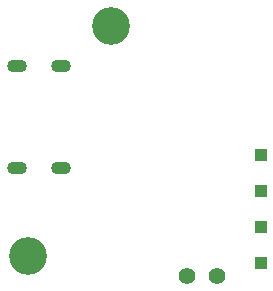
<source format=gbr>
%TF.GenerationSoftware,KiCad,Pcbnew,9.0.3*%
%TF.CreationDate,2025-11-25T19:37:03-05:00*%
%TF.ProjectId,Wren,5772656e-2e6b-4696-9361-645f70636258,rev?*%
%TF.SameCoordinates,Original*%
%TF.FileFunction,Soldermask,Bot*%
%TF.FilePolarity,Negative*%
%FSLAX46Y46*%
G04 Gerber Fmt 4.6, Leading zero omitted, Abs format (unit mm)*
G04 Created by KiCad (PCBNEW 9.0.3) date 2025-11-25 19:37:03*
%MOMM*%
%LPD*%
G01*
G04 APERTURE LIST*
%ADD10O,1.700000X1.100000*%
%ADD11C,3.200000*%
%ADD12R,1.000000X1.000000*%
%ADD13C,1.400000*%
G04 APERTURE END LIST*
D10*
%TO.C,J13*%
X92050000Y-172160000D03*
X88250000Y-172160000D03*
X92050000Y-180800000D03*
X88250000Y-180800000D03*
%TD*%
D11*
%TO.C,H11*%
X96250000Y-168775000D03*
%TD*%
D12*
%TO.C,J11*%
X108950000Y-182800000D03*
%TD*%
D11*
%TO.C,H12*%
X89250000Y-188275000D03*
%TD*%
D12*
%TO.C,J10*%
X108950000Y-179750000D03*
%TD*%
%TO.C,J12*%
X108950000Y-188900000D03*
%TD*%
D13*
%TO.C,TP2*%
X105250000Y-189950000D03*
X102710000Y-189950000D03*
%TD*%
D12*
%TO.C,J14*%
X108950000Y-185850000D03*
%TD*%
M02*

</source>
